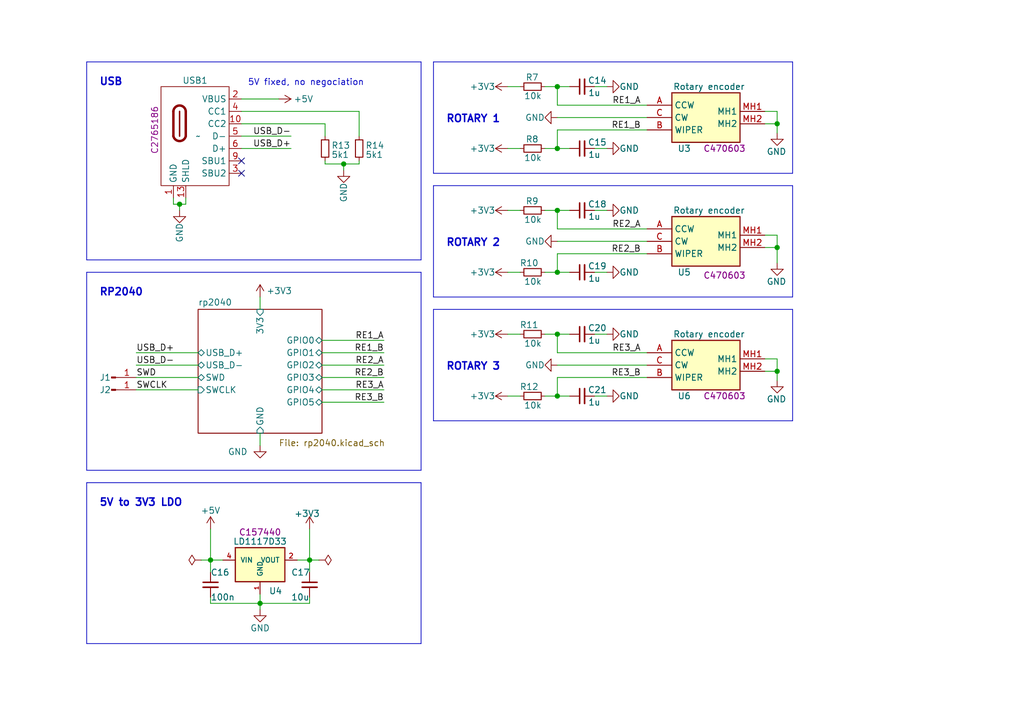
<source format=kicad_sch>
(kicad_sch (version 20230121) (generator eeschema)
  (paper "A5")
  (title_block (title "Volumer") (date "2023-09-03") (rev "0.1") (company "Jonas S."))
  (lib_symbols
    (symbol "Connector:Conn_01x01_Pin" (pin_names (offset 1.016) hide)
      (property "Reference" "J" (at 0 2.54 0))
      (property "Value" "Conn_01x01_Pin" (at 0 -2.54 0))
      (symbol "Conn_01x01_Pin_1_1"
        (polyline (pts (xy 1.27 0) (xy 0.8636 0)) (stroke (width 0.1524)))
        (rectangle (start 0.8636 0.127) (end 0 -0.127) (stroke (width 0.1524)) (fill (type outline)))
        (pin passive line (at 5.08 0 180) (length 3.81) (name "Pin_1") (number "1"))
      )
    )
    (symbol "Device:C_Small" (pin_numbers hide) (pin_names (offset 0.254) hide)
      (property "Reference" "C" (at 0.254 1.778 0))
      (property "Value" "C_Small" (at 0.254 -2.032 0))
      (symbol "C_Small_0_1"
        (polyline (pts (xy -1.524 -0.508) (xy 1.524 -0.508)) (stroke (width 0.3302)))
        (polyline (pts (xy -1.524 0.508) (xy 1.524 0.508)) (stroke (width 0.3048)))
      )
      (symbol "C_Small_1_1"
        (pin passive line (at 0 2.54 270) (length 2.032) (name "~") (number "1"))
        (pin passive line (at 0 -2.54 90) (length 2.032) (name "~") (number "2"))
      )
    )
    (symbol "Device:R_Small" (pin_numbers hide) (pin_names (offset 0.254) hide)
      (property "Reference" "R" (at 0.762 0.508 0))
      (property "Value" "R_Small" (at 0.762 -1.016 0))
      (symbol "R_Small_0_1"
        (rectangle (start -0.762 1.778) (end 0.762 -1.778) (stroke (width 0.2032)))
      )
      (symbol "R_Small_1_1"
        (pin passive line (at 0 2.54 270) (length 0.762) (name "~") (number "1"))
        (pin passive line (at 0 -2.54 90) (length 0.762) (name "~") (number "2"))
      )
    )
    (symbol "EC12E2430401_1"
      (property "Reference" "U3" (at 7.62 -8.89 0))
      (property "Value" "Rotary encoder" (at 12.7 3.81 0))
      (symbol "EC12E2430401_1_1_1"
        (rectangle (start 5.08 2.54) (end 19.05 -7.62) (stroke (width 0.254)) (fill (type background)))
        (pin passive line (at 0 0 0) (length 5.08) (name "CCW") (number "A"))
        (pin passive line (at 0 -5.08 0) (length 5.08) (name "WIPER") (number "B"))
        (pin passive line (at 0 -2.54 0) (length 5.08) (name "CW") (number "C"))
        (pin passive line (at 24.13 -1.27 180) (length 5.08) (name "MH1") (number "MH1"))
        (pin passive line (at 24.13 -3.81 180) (length 5.08) (name "MH2") (number "MH2"))
      )
    )
    (symbol "LD1117D33:LD1117D33" (pin_names (offset 1.016))
      (property "Reference" "U9" (at -5.08 8.89 0))
      (property "Value" "LD1117D33" (at -5.08 6.35 0))
      (symbol "LD1117D33_0_0"
        (rectangle (start -10.16 4.445) (end 0 -2.54) (stroke (width 0.254)) (fill (type background)))
      )
      (symbol "LD1117D33_1_0"
        (pin power_in line (at -5.08 -5.08 90) (length 2.54) (name "GND") (number "1"))
        (pin output line (at 2.54 1.905 180) (length 2.54) (name "VOUT") (number "2"))
        (pin output line (at 2.54 1.905 180) (length 2.54) hide (name "VOUT@2") (number "3"))
        (pin input line (at -12.7 1.905 0) (length 2.54) (name "VIN") (number "4"))
        (pin output line (at 2.54 1.905 180) (length 2.54) hide (name "VOUT@3") (number "6"))
        (pin output line (at 2.54 1.905 180) (length 2.54) hide (name "VOUT@4") (number "7"))
      )
    )
    (symbol "USB_C:USBC_16P"
      (property "Reference" "USB" (at 2.54 11.43 0))
      (property "LCSC" "C2765186" (at 0 0 0))
      (symbol "USBC_16P_0_1"
        (rectangle (start -7.62 10.16) (end 6.35 -10.16))
      )
      (symbol "USBC_16P_1_1"
        (arc (start -5.08 0) (mid -3.81 -1.0075) (end -2.54 0) (stroke (width 0.5)))
        (rectangle (start -3.81 5.08) (end -3.81 0) (stroke (width 0.3)))
        (arc (start -2.54 5.08) (mid -3.81 6.286) (end -5.08 5.08) (stroke (width 0.5)))
        (polyline (pts (xy -5.08 5.08) (xy -5.08 0)) (stroke (width 0.5)))
        (polyline (pts (xy -2.54 5.08) (xy -2.54 0)) (stroke (width 0.5)))
        (pin passive line (at -5.08 -12.7 90) (length 2.54) (name "GND") (number "1"))
        (pin passive line (at 8.89 2.54 180) (length 2.54) (name "CC2") (number "10"))
        (pin passive line (at 8.89 7.62 180) (length 2.54) hide (name "VBUS") (number "11"))
        (pin passive line (at -5.08 -12.7 90) (length 2.54) hide (name "GND") (number "12"))
        (pin passive line (at -2.54 -12.7 90) (length 2.54) (name "SHLD") (number "13"))
        (pin passive line (at 8.89 7.62 180) (length 2.54) (name "VBUS") (number "2"))
        (pin passive line (at 8.89 -7.62 180) (length 2.54) (name "SBU2") (number "3"))
        (pin passive line (at 8.89 5.08 180) (length 2.54) (name "CC1") (number "4"))
        (pin passive line (at 8.89 0 180) (length 2.54) (name "D-") (number "5"))
        (pin passive line (at 8.89 -2.54 180) (length 2.54) (name "D+") (number "6"))
        (pin passive line (at 8.89 0 180) (length 2.54) hide (name "D-") (number "7"))
        (pin passive line (at 8.89 -2.54 180) (length 2.54) hide (name "D+") (number "8"))
        (pin passive line (at 8.89 -5.08 180) (length 2.54) (name "SBU1") (number "9"))
      )
    )
    (symbol "power:+3V3" (power) (pin_names (offset 0))
      (property "Value" "+3V3" (at 0 3.556 0))
      (symbol "+3V3_0_1"
        (polyline (pts (xy -0.762 1.27) (xy 0 2.54)))
        (polyline (pts (xy 0 0) (xy 0 2.54)))
        (polyline (pts (xy 0 2.54) (xy 0.762 1.27)))
      )
      (symbol "+3V3_1_1"
        (pin power_in line (at 0 0 90) (length 0) hide (name "+3V3") (number "1"))
      )
    )
    (symbol "power:+5V" (power) (pin_names (offset 0))
      (property "Value" "+5V" (at 0 3.556 0))
      (symbol "+5V_0_1"
        (polyline (pts (xy -0.762 1.27) (xy 0 2.54)))
        (polyline (pts (xy 0 0) (xy 0 2.54)))
        (polyline (pts (xy 0 2.54) (xy 0.762 1.27)))
      )
      (symbol "+5V_1_1"
        (pin power_in line (at 0 0 90) (length 0) hide (name "+5V") (number "1"))
      )
    )
    (symbol "power:GND" (power) (pin_names (offset 0))
      (property "Value" "GND" (at 0 -3.81 0))
      (symbol "GND_0_1"
        (polyline (pts (xy 0 0) (xy 0 -1.27) (xy 1.27 -1.27) (xy 0 -2.54) (xy -1.27 -1.27) (xy 0 -1.27)))
      )
      (symbol "GND_1_1"
        (pin power_in line (at 0 0 270) (length 0) hide (name "GND") (number "1"))
      )
    )
    (symbol "power:PWR_FLAG" (power) (pin_numbers hide) (pin_names (offset 0) hide)
      (property "Value" "PWR_FLAG" (at 0 3.81 0))
      (symbol "PWR_FLAG_0_0"
        (pin power_out line (at 0 0 90) (length 0) (name "pwr") (number "1"))
      )
      (symbol "PWR_FLAG_0_1"
        (polyline (pts (xy 0 0) (xy 0 1.27) (xy -1.016 1.905) (xy 0 2.54) (xy 1.016 1.905) (xy 0 1.27)))
      )
    )
  )
  (junction (at 159.385 25.4))
  (junction (at 159.385 50.8))
  (junction (at 114.3 30.48))
  (junction (at 53.34 123.825))
  (junction (at 114.3 81.28))
  (junction (at 36.83 41.91))
  (junction (at 114.3 55.88))
  (junction (at 43.18 114.935))
  (junction (at 114.3 17.78))
  (junction (at 114.3 68.58))
  (junction (at 159.385 76.2))
  (junction (at 114.3 43.18))
  (junction (at 63.5 114.935))
  (junction (at 70.485 33.655))
  (no_connect (at 49.53 35.56))
  (no_connect (at 49.53 33.02))
  (polyline (pts (xy 17.78 96.52) (xy 17.78 55.88)))
  (wire (pts (xy 66.675 33.02) (xy 66.675 33.655)))
  (polyline (pts (xy 86.36 12.7) (xy 86.36 53.34)))
  (wire (pts (xy 159.385 76.2) (xy 159.385 78.105)))
  (wire (pts (xy 104.14 55.88) (xy 106.68 55.88)))
  (wire (pts (xy 111.76 30.48) (xy 114.3 30.48)))
  (wire (pts (xy 66.675 33.655) (xy 70.485 33.655)))
  (polyline (pts (xy 162.56 35.56) (xy 88.9 35.56)))
  (wire (pts (xy 43.18 114.935) (xy 45.72 114.935)))
  (wire (pts (xy 53.34 123.825) (xy 53.34 125.095)))
  (wire (pts (xy 53.34 121.92) (xy 53.34 123.825)))
  (wire (pts (xy 43.18 122.555) (xy 43.18 123.825)))
  (wire (pts (xy 114.3 55.88) (xy 116.84 55.88)))
  (wire (pts (xy 114.3 21.59) (xy 132.715 21.59)))
  (wire (pts (xy 114.3 72.39) (xy 132.715 72.39)))
  (wire (pts (xy 111.76 55.88) (xy 114.3 55.88)))
  (polyline (pts (xy 162.56 86.36) (xy 88.9 86.36)))
  (wire (pts (xy 38.1 40.64) (xy 38.1 41.91)))
  (wire (pts (xy 73.66 22.86) (xy 73.66 27.94)))
  (wire (pts (xy 49.53 27.94) (xy 59.69 27.94)))
  (wire (pts (xy 114.3 52.07) (xy 132.715 52.07)))
  (wire (pts (xy 27.94 74.93) (xy 40.64 74.93)))
  (polyline (pts (xy 162.56 12.7) (xy 162.56 35.56)))
  (wire (pts (xy 114.3 77.47) (xy 114.3 81.28)))
  (polyline (pts (xy 88.9 60.96) (xy 88.9 38.1)))
  (wire (pts (xy 104.14 68.58) (xy 106.68 68.58)))
  (wire (pts (xy 121.92 30.48) (xy 124.46 30.48)))
  (wire (pts (xy 35.56 41.91) (xy 36.83 41.91)))
  (polyline (pts (xy 86.36 132.08) (xy 17.78 132.08)))
  (wire (pts (xy 114.3 17.78) (xy 116.84 17.78)))
  (wire (pts (xy 156.845 76.2) (xy 159.385 76.2)))
  (wire (pts (xy 66.04 74.93) (xy 78.74 74.93)))
  (wire (pts (xy 104.14 81.28) (xy 106.68 81.28)))
  (wire (pts (xy 156.845 22.86) (xy 159.385 22.86)))
  (polyline (pts (xy 88.9 86.36) (xy 88.9 63.5)))
  (polyline (pts (xy 86.36 99.06) (xy 86.36 132.08)))
  (wire (pts (xy 104.14 30.48) (xy 106.68 30.48)))
  (wire (pts (xy 104.14 43.18) (xy 106.68 43.18)))
  (polyline (pts (xy 17.78 132.08) (xy 17.78 99.06)))
  (wire (pts (xy 111.76 68.58) (xy 114.3 68.58)))
  (wire (pts (xy 38.1 41.91) (xy 36.83 41.91)))
  (polyline (pts (xy 162.56 63.5) (xy 162.56 86.36)))
  (wire (pts (xy 159.385 73.66) (xy 159.385 76.2)))
  (wire (pts (xy 156.845 48.26) (xy 159.385 48.26)))
  (wire (pts (xy 66.04 72.39) (xy 78.74 72.39)))
  (wire (pts (xy 111.76 43.18) (xy 114.3 43.18)))
  (wire (pts (xy 66.04 80.01) (xy 78.74 80.01)))
  (wire (pts (xy 159.385 22.86) (xy 159.385 25.4)))
  (polyline (pts (xy 17.78 12.7) (xy 86.36 12.7)))
  (wire (pts (xy 121.92 55.88) (xy 124.46 55.88)))
  (wire (pts (xy 27.94 77.47) (xy 40.64 77.47)))
  (wire (pts (xy 63.5 114.935) (xy 65.405 114.935)))
  (wire (pts (xy 121.92 68.58) (xy 124.46 68.58)))
  (wire (pts (xy 114.3 43.18) (xy 114.3 46.99)))
  (wire (pts (xy 159.385 25.4) (xy 159.385 27.305)))
  (wire (pts (xy 43.18 114.935) (xy 43.18 117.475)))
  (wire (pts (xy 53.34 88.9) (xy 53.34 91.44)))
  (wire (pts (xy 104.14 17.78) (xy 106.68 17.78)))
  (wire (pts (xy 63.5 123.825) (xy 53.34 123.825)))
  (wire (pts (xy 49.53 20.32) (xy 57.15 20.32)))
  (wire (pts (xy 156.845 50.8) (xy 159.385 50.8)))
  (wire (pts (xy 70.485 33.655) (xy 70.485 34.925)))
  (wire (pts (xy 121.92 81.28) (xy 124.46 81.28)))
  (wire (pts (xy 43.18 123.825) (xy 53.34 123.825)))
  (wire (pts (xy 41.275 114.935) (xy 43.18 114.935)))
  (wire (pts (xy 114.3 26.67) (xy 114.3 30.48)))
  (wire (pts (xy 114.3 77.47) (xy 132.715 77.47)))
  (wire (pts (xy 114.3 68.58) (xy 114.3 72.39)))
  (wire (pts (xy 111.76 81.28) (xy 114.3 81.28)))
  (wire (pts (xy 159.385 48.26) (xy 159.385 50.8)))
  (wire (pts (xy 114.3 24.13) (xy 132.715 24.13)))
  (wire (pts (xy 49.53 30.48) (xy 59.69 30.48)))
  (wire (pts (xy 66.04 77.47) (xy 78.74 77.47)))
  (wire (pts (xy 63.5 108.585) (xy 63.5 114.935)))
  (wire (pts (xy 121.92 17.78) (xy 124.46 17.78)))
  (polyline (pts (xy 17.78 55.88) (xy 86.36 55.88)))
  (wire (pts (xy 114.3 52.07) (xy 114.3 55.88)))
  (wire (pts (xy 114.3 68.58) (xy 116.84 68.58)))
  (polyline (pts (xy 88.9 35.56) (xy 88.9 12.7)))
  (wire (pts (xy 35.56 40.64) (xy 35.56 41.91)))
  (polyline (pts (xy 162.56 60.96) (xy 88.9 60.96)))
  (wire (pts (xy 60.96 114.935) (xy 63.5 114.935)))
  (polyline (pts (xy 86.36 96.52) (xy 17.78 96.52)))
  (wire (pts (xy 49.53 22.86) (xy 73.66 22.86)))
  (polyline (pts (xy 88.9 63.5) (xy 162.56 63.5)))
  (wire (pts (xy 66.675 25.4) (xy 66.675 27.94)))
  (wire (pts (xy 111.76 17.78) (xy 114.3 17.78)))
  (wire (pts (xy 156.845 25.4) (xy 159.385 25.4)))
  (wire (pts (xy 114.3 30.48) (xy 116.84 30.48)))
  (wire (pts (xy 114.3 26.67) (xy 132.715 26.67)))
  (polyline (pts (xy 86.36 55.88) (xy 86.36 96.52)))
  (wire (pts (xy 121.92 43.18) (xy 124.46 43.18)))
  (polyline (pts (xy 162.56 38.1) (xy 162.56 60.96)))
  (wire (pts (xy 114.3 46.99) (xy 132.715 46.99)))
  (wire (pts (xy 114.3 49.53) (xy 132.715 49.53)))
  (wire (pts (xy 43.18 108.585) (xy 43.18 114.935)))
  (polyline (pts (xy 86.36 53.34) (xy 17.78 53.34)))
  (wire (pts (xy 63.5 114.935) (xy 63.5 117.475)))
  (wire (pts (xy 114.3 74.93) (xy 132.715 74.93)))
  (wire (pts (xy 27.94 72.39) (xy 40.64 72.39)))
  (wire (pts (xy 114.3 81.28) (xy 116.84 81.28)))
  (wire (pts (xy 66.04 82.55) (xy 78.74 82.55)))
  (wire (pts (xy 159.385 50.8) (xy 159.385 53.975)))
  (polyline (pts (xy 88.9 38.1) (xy 162.56 38.1)))
  (wire (pts (xy 73.66 33.655) (xy 70.485 33.655)))
  (polyline (pts (xy 88.9 12.7) (xy 162.56 12.7)))
  (polyline (pts (xy 17.78 53.34) (xy 17.78 12.7)))
  (polyline (pts (xy 17.78 99.06) (xy 86.36 99.06)))
  (wire (pts (xy 27.94 80.01) (xy 40.64 80.01)))
  (wire (pts (xy 36.83 41.91) (xy 36.83 43.18)))
  (wire (pts (xy 114.3 17.78) (xy 114.3 21.59)))
  (wire (pts (xy 114.3 43.18) (xy 116.84 43.18)))
  (wire (pts (xy 63.5 122.555) (xy 63.5 123.825)))
  (wire (pts (xy 49.53 25.4) (xy 66.675 25.4)))
  (wire (pts (xy 66.04 69.85) (xy 78.74 69.85)))
  (wire (pts (xy 53.34 60.96) (xy 53.34 63.5)))
  (wire (pts (xy 156.845 73.66) (xy 159.385 73.66)))
  (wire (pts (xy 73.66 33.02) (xy 73.66 33.655)))
  (text "ROTARY 3" (at 91.44 76.2 0) (effects (font (size 1.5 1.5) (thickness 0.3) bold) (justify left bottom)))
  (text "5V fixed, no negociation" (at 50.8 17.78 0) (effects (font (size 1.27 1.27)) (justify left bottom)))
  (text "5V to 3V3 LDO" (at 20.32 104.14 0) (effects (font (size 1.5 1.5) (thickness 0.3) bold) (justify left bottom)))
  (text "ROTARY 1" (at 91.44 25.4 0) (effects (font (size 1.5 1.5) (thickness 0.3) bold) (justify left bottom)))
  (text "ROTARY 2" (at 91.44 50.8 0) (effects (font (size 1.5 1.5) (thickness 0.3) bold) (justify left bottom)))
  (text "RP2040" (at 20.32 60.96 0) (effects (font (size 1.5 1.5) (thickness 0.3) bold) (justify left bottom)))
  (text "USB" (at 20.32 17.78 0) (effects (font (size 1.5 1.5) (thickness 0.3) bold) (justify left bottom)))
  (label "RE1_B" (at 78.74 72.39 180))
  (label "USB_D+" (at 27.94 72.39 0))
  (label "USB_D+" (at 59.69 30.48 180))
  (label "RE1_A" (at 78.74 69.85 180))
  (label "RE3_B" (at 131.445 77.47 180))
  (label "SWCLK" (at 27.94 80.01 0))
  (label "RE3_B" (at 78.74 82.55 180))
  (label "RE1_B" (at 131.445 26.67 180))
  (label "RE3_A" (at 78.74 80.01 180))
  (label "USB_D-" (at 27.94 74.93 0))
  (label "RE2_B" (at 78.74 77.47 180))
  (label "RE2_A" (at 131.445 46.99 180))
  (label "RE1_A" (at 131.445 21.59 180))
  (label "SWD" (at 27.94 77.47 0))
  (label "RE2_B" (at 131.445 52.07 180))
  (label "RE3_A" (at 131.445 72.39 180))
  (label "RE2_A" (at 78.74 74.93 180))
  (label "USB_D-" (at 59.69 27.94 180))
  (symbol (lib_id "power:GND") (at 70.485 34.925 0) (unit 1)
    (property "Reference" "#PWR033" (effects hide))
    (property "Value" "GND" (at 70.485 37.465 90) (effects (justify right)))
  )
  (symbol (lib_id "Device:R_Small") (at 109.22 30.48 90) (unit 1)
    (property "Reference" "R8" (at 110.49 28.575 90) (effects (justify left)))
    (property "Value" "10k" (at 111.125 32.385 90) (effects (justify left)))
    (property "Footprint" "Resistor_SMD:R_0603_1608Metric_Pad0.98x0.95mm_HandSolder" (effects hide))
  )
  (symbol (lib_id "power:+3V3") (at 53.34 60.96 0) (unit 1)
    (property "Reference" "#PWR035" (effects hide))
    (property "Value" "+3V3" (at 54.61 59.69 0) (effects (justify left)))
  )
  (symbol (lib_id "LD1117D33:LD1117D33") (at 58.42 116.84 0) (unit 1)
    (property "Reference" "U4" (at 56.515 121.285 0))
    (property "Value" "LD1117D33" (at 53.34 111.125 0))
    (property "Footprint" "Package_SO:SOIC-8_3.9x4.9mm_P1.27mm" (effects hide))
    (property "Package" "SOIC-8 STMicroelectronics" (effects hide))
    (property "MP" "LD1117D33" (effects hide))
    (property "LCSC" "C157440" (at 53.34 109.22 0))
  )
  (symbol (lib_id "power:GND") (at 114.3 49.53 270) (unit 1)
    (property "Reference" "#PWR021" (effects hide))
    (property "Value" "GND" (at 111.76 49.53 90) (effects (justify right)))
  )
  (symbol (lib_id "Device:R_Small") (at 109.22 68.58 90) (unit 1)
    (property "Reference" "R11" (at 110.49 66.675 90) (effects (justify left)))
    (property "Value" "10k" (at 111.125 70.485 90) (effects (justify left)))
    (property "Footprint" "Resistor_SMD:R_0603_1608Metric_Pad0.98x0.95mm_HandSolder" (effects hide))
  )
  (symbol (lib_id "power:GND") (at 124.46 30.48 90) (unit 1)
    (property "Reference" "#PWR017" (effects hide))
    (property "Value" "GND" (at 127 30.48 90) (effects (justify right)))
  )
  (symbol (lib_id "Device:C_Small") (at 119.38 30.48 90) (unit 1)
    (property "Reference" "C15" (at 124.46 29.21 90) (effects (justify left)))
    (property "Value" "1u" (at 123.19 31.75 90) (effects (justify left)))
    (property "Footprint" "Capacitor_SMD:C_0402_1005Metric_Pad0.74x0.62mm_HandSolder" (effects hide))
  )
  (symbol (lib_id "Device:C_Small") (at 119.38 17.78 90) (unit 1)
    (property "Reference" "C14" (at 124.46 16.51 90) (effects (justify left)))
    (property "Value" "1u" (at 123.19 19.05 90) (effects (justify left)))
    (property "Footprint" "Capacitor_SMD:C_0402_1005Metric_Pad0.74x0.62mm_HandSolder" (effects hide))
  )
  (symbol (lib_id "power:+3V3") (at 63.5 108.585 0) (unit 1)
    (property "Reference" "#PWR031" (effects hide))
    (property "Value" "+3V3" (at 60.325 105.41 0) (effects (justify left)))
  )
  (symbol (lib_id "Device:R_Small") (at 73.66 30.48 0) (unit 1)
    (property "Reference" "R14" (at 74.93 29.845 0) (effects (justify left)))
    (property "Value" "5k1" (at 74.93 31.75 0) (effects (justify left)))
    (property "Footprint" "Resistor_SMD:R_0603_1608Metric_Pad0.98x0.95mm_HandSolder" (effects hide))
  )
  (symbol (lib_id "power:+5V") (at 57.15 20.32 270) (unit 1)
    (property "Reference" "#PWR032" (effects hide))
    (property "Value" "+5V" (at 62.23 20.32 90))
  )
  (symbol (lib_id "power:PWR_FLAG") (at 41.275 114.935 90) (unit 1)
    (property "Reference" "#FLG01" (effects hide))
    (property "Value" "PWR_FLAG" (effects hide))
  )
  (symbol (lib_name "EC12E2430401_1") (lib_id "EC12E2430401:EC12E2430401") (at 132.715 46.99 0) (unit 1)
    (property "Reference" "U5" (at 140.335 55.88 0))
    (property "Value" "Rotary encoder" (at 145.415 43.18 0))
    (property "Footprint" "Rotary_Encoder:RotaryEncoder_Alps_EC12E_Vertical_H20mm" (effects hide))
    (property "Datasheet" "https://componentsearchengine.com/Datasheets/2/EC12E2430401.pdf" (effects hide))
    (property "Height" "25" (effects hide))
    (property "Mouser Part Number" "688-EC12E2430401" (effects hide))
    (property "Mouser Price/Stock" "https://www.mouser.co.uk/ProductDetail/Alps-Alpine/EC12E2430401?qs=PoKhxlfUXjLYirsjQeVN9w%3D%3D" (effects hide))
    (property "Manufacturer_Name" "ALPS Electric" (effects hide))
    (property "Manufacturer_Part_Number" "EC12E2430401" (effects hide))
    (property "LCSC" "C470603" (at 148.59 56.515 0))
  )
  (symbol (lib_id "Connector:Conn_01x01_Pin") (at 22.86 77.47 0) (unit 1)
    (property "Reference" "J1" (at 21.59 77.47 0))
    (property "Value" "Conn_01x01_Pin" (effects hide))
    (property "Footprint" "Connector_PinHeader_2.54mm:PinHeader_1x01_P2.54mm_Vertical" (effects hide))
  )
  (symbol (lib_id "power:GND") (at 53.34 91.44 0) (unit 1)
    (property "Reference" "#PWR034" (effects hide))
    (property "Value" "GND" (at 50.8 92.71 0) (effects (justify right)))
  )
  (symbol (lib_id "power:+3V3") (at 104.14 68.58 90) (unit 1)
    (property "Reference" "#PWR025" (effects hide))
    (property "Value" "+3V3" (at 101.6 68.58 90) (effects (justify left)))
  )
  (symbol (lib_id "Device:C_Small") (at 63.5 120.015 0) (unit 1)
    (property "Reference" "C17" (at 59.69 117.475 0) (effects (justify left)))
    (property "Value" "10u" (at 59.69 122.555 0) (effects (justify left)))
    (property "Footprint" "Capacitor_SMD:C_0603_1608Metric_Pad1.08x0.95mm_HandSolder" (effects hide))
  )
  (symbol (lib_id "power:GND") (at 124.46 55.88 90) (unit 1)
    (property "Reference" "#PWR023" (effects hide))
    (property "Value" "GND" (at 127 55.88 90) (effects (justify right)))
  )
  (symbol (lib_id "power:+3V3") (at 104.14 30.48 90) (unit 1)
    (property "Reference" "#PWR016" (effects hide))
    (property "Value" "+3V3" (at 101.6 30.48 90) (effects (justify left)))
  )
  (symbol (lib_id "power:+5V") (at 43.18 108.585 0) (unit 1)
    (property "Reference" "#PWR011" (effects hide))
    (property "Value" "+5V" (at 43.18 104.775 0))
  )
  (symbol (lib_id "power:GND") (at 114.3 74.93 270) (unit 1)
    (property "Reference" "#PWR027" (effects hide))
    (property "Value" "GND" (at 111.76 74.93 90) (effects (justify right)))
  )
  (symbol (lib_id "power:GND") (at 124.46 17.78 90) (unit 1)
    (property "Reference" "#PWR015" (effects hide))
    (property "Value" "GND" (at 127 17.78 90) (effects (justify right)))
  )
  (symbol (lib_id "power:GND") (at 124.46 43.18 90) (unit 1)
    (property "Reference" "#PWR022" (effects hide))
    (property "Value" "GND" (at 127 43.18 90) (effects (justify right)))
  )
  (symbol (lib_id "Device:R_Small") (at 109.22 81.28 90) (unit 1)
    (property "Reference" "R12" (at 110.49 79.375 90) (effects (justify left)))
    (property "Value" "10k" (at 111.125 83.185 90) (effects (justify left)))
    (property "Footprint" "Resistor_SMD:R_0603_1608Metric_Pad0.98x0.95mm_HandSolder" (effects hide))
  )
  (symbol (lib_id "power:GND") (at 36.83 43.18 0) (unit 1)
    (property "Reference" "#PWR013" (effects hide))
    (property "Value" "GND" (at 36.83 45.72 90) (effects (justify right)))
  )
  (symbol (lib_id "power:+3V3") (at 104.14 55.88 90) (unit 1)
    (property "Reference" "#PWR020" (effects hide))
    (property "Value" "+3V3" (at 101.6 55.88 90) (effects (justify left)))
  )
  (symbol (lib_id "power:GND") (at 159.385 53.975 0) (unit 1)
    (property "Reference" "#PWR024" (effects hide))
    (property "Value" "GND" (at 161.29 57.785 0) (effects (justify right)))
  )
  (symbol (lib_id "Device:C_Small") (at 119.38 81.28 90) (unit 1)
    (property "Reference" "C21" (at 124.46 80.01 90) (effects (justify left)))
    (property "Value" "1u" (at 123.19 82.55 90) (effects (justify left)))
    (property "Footprint" "Capacitor_SMD:C_0402_1005Metric_Pad0.74x0.62mm_HandSolder" (effects hide))
  )
  (symbol (lib_id "Connector:Conn_01x01_Pin") (at 22.86 80.01 0) (unit 1)
    (property "Reference" "J2" (at 21.59 80.01 0))
    (property "Value" "Conn_01x01_Pin" (effects hide))
    (property "Footprint" "Connector_PinHeader_2.54mm:PinHeader_1x01_P2.54mm_Vertical" (effects hide))
  )
  (symbol (lib_id "Device:C_Small") (at 119.38 55.88 90) (unit 1)
    (property "Reference" "C19" (at 124.46 54.61 90) (effects (justify left)))
    (property "Value" "1u" (at 123.19 57.15 90) (effects (justify left)))
    (property "Footprint" "Capacitor_SMD:C_0402_1005Metric_Pad0.74x0.62mm_HandSolder" (effects hide))
  )
  (symbol (lib_id "power:GND") (at 124.46 68.58 90) (unit 1)
    (property "Reference" "#PWR028" (effects hide))
    (property "Value" "GND" (at 127 68.58 90) (effects (justify right)))
  )
  (symbol (lib_id "power:GND") (at 53.34 125.095 0) (unit 1)
    (property "Reference" "#PWR012" (effects hide))
    (property "Value" "GND" (at 53.34 128.905 0))
  )
  (symbol (lib_id "power:GND") (at 159.385 78.105 0) (unit 1)
    (property "Reference" "#PWR030" (effects hide))
    (property "Value" "GND" (at 161.29 81.915 0) (effects (justify right)))
  )
  (symbol (lib_id "power:GND") (at 159.385 27.305 0) (unit 1)
    (property "Reference" "#PWR018" (effects hide))
    (property "Value" "GND" (at 161.29 31.115 0) (effects (justify right)))
  )
  (symbol (lib_name "EC12E2430401_1") (lib_id "EC12E2430401:EC12E2430401") (at 132.715 72.39 0) (unit 1)
    (property "Reference" "U6" (at 140.335 81.28 0))
    (property "Value" "Rotary encoder" (at 145.415 68.58 0))
    (property "Footprint" "Rotary_Encoder:RotaryEncoder_Alps_EC12E_Vertical_H20mm" (effects hide))
    (property "Datasheet" "https://componentsearchengine.com/Datasheets/2/EC12E2430401.pdf" (effects hide))
    (property "Height" "25" (effects hide))
    (property "Mouser Part Number" "688-EC12E2430401" (effects hide))
    (property "Mouser Price/Stock" "https://www.mouser.co.uk/ProductDetail/Alps-Alpine/EC12E2430401?qs=PoKhxlfUXjLYirsjQeVN9w%3D%3D" (effects hide))
    (property "Manufacturer_Name" "ALPS Electric" (effects hide))
    (property "Manufacturer_Part_Number" "EC12E2430401" (effects hide))
    (property "LCSC" "C470603" (at 148.59 81.28 0))
  )
  (symbol (lib_id "power:+3V3") (at 104.14 43.18 90) (unit 1)
    (property "Reference" "#PWR019" (effects hide))
    (property "Value" "+3V3" (at 101.6 43.18 90) (effects (justify left)))
  )
  (symbol (lib_id "Device:R_Small") (at 66.675 30.48 0) (unit 1)
    (property "Reference" "R13" (at 67.945 29.845 0) (effects (justify left)))
    (property "Value" "5k1" (at 67.945 31.75 0) (effects (justify left)))
    (property "Footprint" "Resistor_SMD:R_0603_1608Metric_Pad0.98x0.95mm_HandSolder" (effects hide))
  )
  (symbol (lib_id "Device:R_Small") (at 109.22 55.88 90) (unit 1)
    (property "Reference" "R10" (at 110.49 53.975 90) (effects (justify left)))
    (property "Value" "10k" (at 111.125 57.785 90) (effects (justify left)))
    (property "Footprint" "Resistor_SMD:R_0603_1608Metric_Pad0.98x0.95mm_HandSolder" (effects hide))
  )
  (symbol (lib_id "Device:R_Small") (at 109.22 17.78 90) (unit 1)
    (property "Reference" "R7" (at 110.49 15.875 90) (effects (justify left)))
    (property "Value" "10k" (at 111.125 19.685 90) (effects (justify left)))
    (property "Footprint" "Resistor_SMD:R_0603_1608Metric_Pad0.98x0.95mm_HandSolder" (effects hide))
  )
  (symbol (lib_id "power:GND") (at 124.46 81.28 90) (unit 1)
    (property "Reference" "#PWR029" (effects hide))
    (property "Value" "GND" (at 127 81.28 90) (effects (justify right)))
  )
  (symbol (lib_id "Device:R_Small") (at 109.22 43.18 90) (unit 1)
    (property "Reference" "R9" (at 110.49 41.275 90) (effects (justify left)))
    (property "Value" "10k" (at 111.125 45.085 90) (effects (justify left)))
    (property "Footprint" "Resistor_SMD:R_0603_1608Metric_Pad0.98x0.95mm_HandSolder" (effects hide))
  )
  (symbol (lib_name "EC12E2430401_1") (lib_id "EC12E2430401:EC12E2430401") (at 132.715 21.59 0) (unit 1)
    (property "Reference" "U3" (at 140.335 30.48 0))
    (property "Value" "Rotary encoder" (at 145.415 17.78 0))
    (property "Footprint" "Rotary_Encoder:RotaryEncoder_Alps_EC12E_Vertical_H20mm" (effects hide))
    (property "Datasheet" "https://componentsearchengine.com/Datasheets/2/EC12E2430401.pdf" (effects hide))
    (property "LCSC" "C470603" (at 148.59 30.48 0))
  )
  (symbol (lib_id "power:GND") (at 114.3 24.13 270) (unit 1)
    (property "Reference" "#PWR014" (effects hide))
    (property "Value" "GND" (at 111.76 24.13 90) (effects (justify right)))
  )
  (symbol (lib_id "Device:C_Small") (at 119.38 68.58 90) (unit 1)
    (property "Reference" "C20" (at 124.46 67.31 90) (effects (justify left)))
    (property "Value" "1u" (at 123.19 69.85 90) (effects (justify left)))
    (property "Footprint" "Capacitor_SMD:C_0402_1005Metric_Pad0.74x0.62mm_HandSolder" (effects hide))
  )
  (symbol (lib_id "power:+3V3") (at 104.14 81.28 90) (unit 1)
    (property "Reference" "#PWR026" (effects hide))
    (property "Value" "+3V3" (at 101.6 81.28 90) (effects (justify left)))
  )
  (symbol (lib_id "power:PWR_FLAG") (at 65.405 114.935 270) (unit 1)
    (property "Reference" "#FLG02" (effects hide))
    (property "Value" "PWR_FLAG" (effects hide))
  )
  (symbol (lib_id "Device:C_Small") (at 119.38 43.18 90) (unit 1)
    (property "Reference" "C18" (at 124.46 41.91 90) (effects (justify left)))
    (property "Value" "1u" (at 123.19 44.45 90) (effects (justify left)))
    (property "Footprint" "Capacitor_SMD:C_0402_1005Metric_Pad0.74x0.62mm_HandSolder" (effects hide))
  )
  (symbol (lib_id "Device:C_Small") (at 43.18 120.015 0) (unit 1)
    (property "Reference" "C16" (at 43.18 117.475 0) (effects (justify left)))
    (property "Value" "100n" (at 43.18 122.555 0) (effects (justify left)))
    (property "Footprint" "Capacitor_SMD:C_0402_1005Metric_Pad0.74x0.62mm_HandSolder" (effects hide))
  )
  (symbol (lib_id "power:+3V3") (at 104.14 17.78 90) (unit 1)
    (property "Reference" "#PWR010" (effects hide))
    (property "Value" "+3V3" (at 101.6 17.78 90) (effects (justify left)))
  )
  (symbol (lib_id "USB_C:USBC_16P") (at 40.64 27.94 0) (unit 1)
    (property "Reference" "USB1" (at 40.005 16.51 0))
    (property "Value" "~" (at 40.64 27.94 0))
    (property "Footprint" "USBC:USBC_16P" (effects hide))
    (property "LCSC" "C2765186" (at 31.75 26.67 90))
  )
  (sheet (at 40.64 63.5) (size 25.4 25.4) (stroke (width 0.1524))
    (property "Sheetname" "rp2040" (at 40.64 62.7884 0) (effects (justify left bottom)))
    (property "Sheetfile" "rp2040.kicad_sch" (at 57.15 90.17 0) (effects (justify left top)))
    (pin "3V3" input (at 53.34 63.5 90))
    (pin "USB_D+" bidirectional (at 40.64 72.39 180))
    (pin "USB_D-" bidirectional (at 40.64 74.93 180))
    (pin "SWD" bidirectional (at 40.64 77.47 180))
    (pin "SWCLK" input (at 40.64 80.01 180))
    (pin "GND" input (at 53.34 88.9 270))
    (pin "GPIO0" bidirectional (at 66.04 69.85 0))
    (pin "GPIO1" bidirectional (at 66.04 72.39 0))
    (pin "GPIO2" bidirectional (at 66.04 74.93 0))
    (pin "GPIO3" bidirectional (at 66.04 77.47 0))
    (pin "GPIO4" bidirectional (at 66.04 80.01 0))
    (pin "GPIO5" bidirectional (at 66.04 82.55 0))
  )
)
</source>
